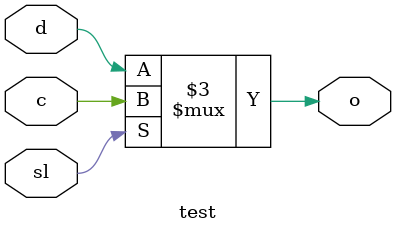
<source format=v>
module test (o, d, c, sl);
  input d, c, sl;
  output o;
  reg o;
  always @*
    if (sl)
      o = c;
    else
      o <= d;
endmodule

</source>
